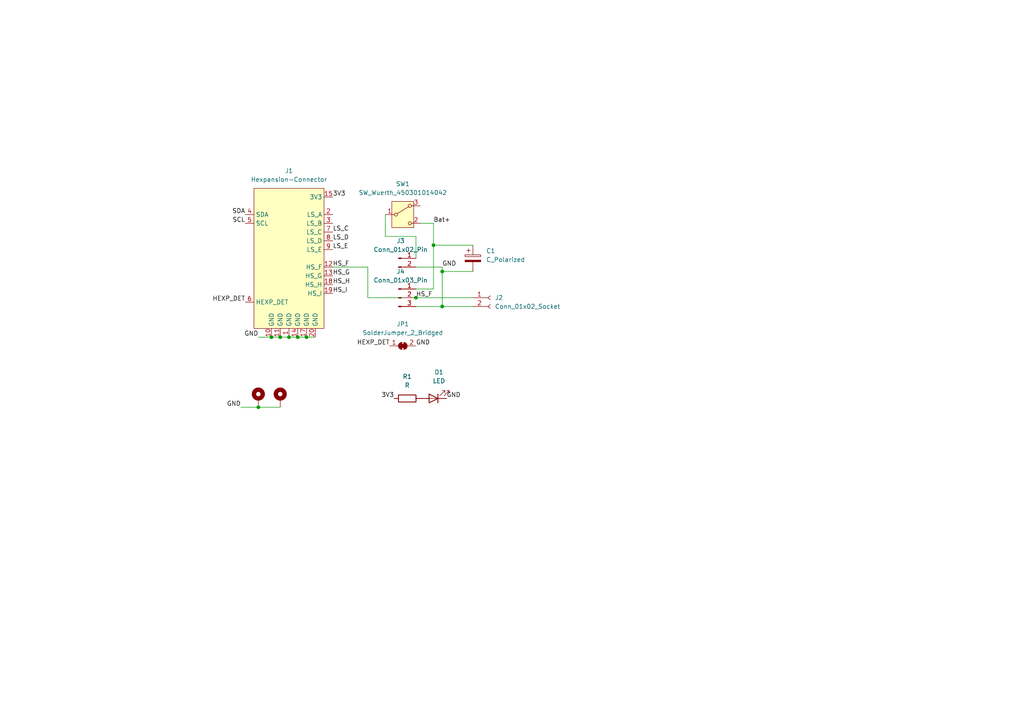
<source format=kicad_sch>
(kicad_sch (version 20231120) (generator "eeschema") (generator_version "8.0")
  (paper "A4")
  (lib_symbols
    (symbol "Connector:Conn_01x02_Pin" (pin_names (offset 1.016) hide)
      (property "Reference" "J" (at 0 2.54 0))
      (property "Value" "Conn_01x02_Pin" (at 0 -5.08 0))
      (symbol "Conn_01x02_Pin_1_1"
        (polyline (pts (xy 1.27 -2.54) (xy 0.8636 -2.54)) (stroke (width 0.1524)))
        (polyline (pts (xy 1.27 0) (xy 0.8636 0)) (stroke (width 0.1524)))
        (rectangle (start 0.8636 -2.413) (end 0 -2.667) (stroke (width 0.1524)) (fill (type outline)))
        (rectangle (start 0.8636 0.127) (end 0 -0.127) (stroke (width 0.1524)) (fill (type outline)))
        (pin passive line (at 5.08 0 180) (length 3.81) (name "Pin_1") (number "1"))
        (pin passive line (at 5.08 -2.54 180) (length 3.81) (name "Pin_2") (number "2"))
      )
    )
    (symbol "Connector:Conn_01x02_Socket" (pin_names (offset 1.016) hide)
      (property "Reference" "J" (at 0 2.54 0))
      (property "Value" "Conn_01x02_Socket" (at 0 -5.08 0))
      (symbol "Conn_01x02_Socket_1_1"
        (arc (start 0 -2.032) (mid -0.5058 -2.54) (end 0 -3.048) (stroke (width 0.1524)))
        (polyline (pts (xy -1.27 -2.54) (xy -0.508 -2.54)) (stroke (width 0.1524)))
        (polyline (pts (xy -1.27 0) (xy -0.508 0)) (stroke (width 0.1524)))
        (arc (start 0 0.508) (mid -0.5058 0) (end 0 -0.508) (stroke (width 0.1524)))
        (pin passive line (at -5.08 0 0) (length 3.81) (name "Pin_1") (number "1"))
        (pin passive line (at -5.08 -2.54 0) (length 3.81) (name "Pin_2") (number "2"))
      )
    )
    (symbol "Connector:Conn_01x03_Pin" (pin_names (offset 1.016) hide)
      (property "Reference" "J" (at 0 5.08 0))
      (property "Value" "Conn_01x03_Pin" (at 0 -5.08 0))
      (symbol "Conn_01x03_Pin_1_1"
        (polyline (pts (xy 1.27 -2.54) (xy 0.8636 -2.54)) (stroke (width 0.1524)))
        (polyline (pts (xy 1.27 0) (xy 0.8636 0)) (stroke (width 0.1524)))
        (polyline (pts (xy 1.27 2.54) (xy 0.8636 2.54)) (stroke (width 0.1524)))
        (rectangle (start 0.8636 -2.413) (end 0 -2.667) (stroke (width 0.1524)) (fill (type outline)))
        (rectangle (start 0.8636 0.127) (end 0 -0.127) (stroke (width 0.1524)) (fill (type outline)))
        (rectangle (start 0.8636 2.667) (end 0 2.413) (stroke (width 0.1524)) (fill (type outline)))
        (pin passive line (at 5.08 2.54 180) (length 3.81) (name "Pin_1") (number "1"))
        (pin passive line (at 5.08 0 180) (length 3.81) (name "Pin_2") (number "2"))
        (pin passive line (at 5.08 -2.54 180) (length 3.81) (name "Pin_3") (number "3"))
      )
    )
    (symbol "Device:C_Polarized" (pin_numbers hide) (pin_names (offset 0.254))
      (property "Reference" "C" (at 0.635 2.54 0))
      (property "Value" "C_Polarized" (at 0.635 -2.54 0))
      (symbol "C_Polarized_0_1"
        (rectangle (start -2.286 0.508) (end 2.286 1.016))
        (polyline (pts (xy -1.778 2.286) (xy -0.762 2.286)))
        (polyline (pts (xy -1.27 2.794) (xy -1.27 1.778)))
        (rectangle (start 2.286 -0.508) (end -2.286 -1.016) (fill (type outline)))
      )
      (symbol "C_Polarized_1_1"
        (pin passive line (at 0 3.81 270) (length 2.794) (name "~") (number "1"))
        (pin passive line (at 0 -3.81 90) (length 2.794) (name "~") (number "2"))
      )
    )
    (symbol "Device:LED" (pin_numbers hide) (pin_names (offset 1.016) hide)
      (property "Reference" "D" (at 0 2.54 0))
      (property "Value" "LED" (at 0 -2.54 0))
      (symbol "LED_0_1"
        (polyline (pts (xy -1.27 -1.27) (xy -1.27 1.27)) (stroke (width 0.254)))
        (polyline (pts (xy -1.27 0) (xy 1.27 0)))
        (polyline (pts (xy 1.27 -1.27) (xy 1.27 1.27) (xy -1.27 0) (xy 1.27 -1.27)) (stroke (width 0.254)))
        (polyline (pts (xy -3.048 -0.762) (xy -4.572 -2.286) (xy -3.81 -2.286) (xy -4.572 -2.286) (xy -4.572 -1.524)))
        (polyline (pts (xy -1.778 -0.762) (xy -3.302 -2.286) (xy -2.54 -2.286) (xy -3.302 -2.286) (xy -3.302 -1.524)))
      )
      (symbol "LED_1_1"
        (pin passive line (at -3.81 0 0) (length 2.54) (name "K") (number "1"))
        (pin passive line (at 3.81 0 180) (length 2.54) (name "A") (number "2"))
      )
    )
    (symbol "Device:R" (pin_numbers hide) (pin_names (offset 0))
      (property "Reference" "R" (at 2.032 0 90))
      (property "Value" "R" (at 0 0 90))
      (symbol "R_0_1"
        (rectangle (start -1.016 -2.54) (end 1.016 2.54) (stroke (width 0.254)))
      )
      (symbol "R_1_1"
        (pin passive line (at 0 3.81 270) (length 1.27) (name "~") (number "1"))
        (pin passive line (at 0 -3.81 90) (length 1.27) (name "~") (number "2"))
      )
    )
    (symbol "Jumper:SolderJumper_2_Bridged" (pin_names (offset 0) hide)
      (property "Reference" "JP" (at 0 2.032 0))
      (property "Value" "SolderJumper_2_Bridged" (at 0 -2.54 0))
      (symbol "SolderJumper_2_Bridged_0_1"
        (rectangle (start -0.508 0.508) (end 0.508 -0.508) (fill (type outline)))
        (arc (start -0.254 1.016) (mid -1.2656 0) (end -0.254 -1.016))
        (arc (start -0.254 1.016) (mid -1.2656 0) (end -0.254 -1.016) (fill (type outline)))
        (polyline (pts (xy -0.254 1.016) (xy -0.254 -1.016)))
        (polyline (pts (xy 0.254 1.016) (xy 0.254 -1.016)))
        (arc (start 0.254 -1.016) (mid 1.2656 0) (end 0.254 1.016))
        (arc (start 0.254 -1.016) (mid 1.2656 0) (end 0.254 1.016) (fill (type outline)))
      )
      (symbol "SolderJumper_2_Bridged_1_1"
        (pin passive line (at -3.81 0 0) (length 2.54) (name "A") (number "1"))
        (pin passive line (at 3.81 0 180) (length 2.54) (name "B") (number "2"))
      )
    )
    (symbol "Mechanical:MountingHole_Pad" (pin_numbers hide) (pin_names (offset 1.016) hide)
      (property "Reference" "H" (at 0 6.35 0))
      (property "Value" "MountingHole_Pad" (at 0 4.445 0))
      (symbol "MountingHole_Pad_0_1"
        (circle (center 0 1.27) (radius 1.27) (stroke (width 1.27)))
      )
      (symbol "MountingHole_Pad_1_1"
        (pin input line (at 0 -2.54 90) (length 2.54) (name "1") (number "1"))
      )
    )
    (symbol "Switch:SW_Wuerth_450301014042" (pin_names (offset 1) hide)
      (property "Reference" "SW" (at 0 5.08 0))
      (property "Value" "SW_Wuerth_450301014042" (at 0 -5.08 0))
      (symbol "SW_Wuerth_450301014042_0_1"
        (circle (center -2.032 0) (radius 0.4572))
        (polyline (pts (xy -1.651 0.254) (xy 1.651 2.286)))
        (circle (center 2.032 -2.54) (radius 0.4572))
        (circle (center 2.032 2.54) (radius 0.4572))
      )
      (symbol "SW_Wuerth_450301014042_1_1"
        (rectangle (start -3.175 3.81) (end 3.175 -3.81) (fill (type background)))
        (pin passive line (at -5.08 0 0) (length 2.54) (name "B") (number "1"))
        (pin passive line (at 5.08 -2.54 180) (length 2.54) (name "C") (number "2"))
        (pin passive line (at 5.08 2.54 180) (length 2.54) (name "A") (number "3"))
      )
    )
    (symbol "tildagon:hexpansion-edge-connector" (in_bom no)
      (property "Reference" "J" (at -6.35 17.78 0))
      (property "Value" "Hexpansion-Connector" (at 0 21.59 0))
      (symbol "hexpansion-edge-connector_1_1"
        (rectangle (start -10.16 20.32) (end 10.16 -20.32) (fill (type background)))
        (pin power_out line (at 0 -22.86 90) (length 2.54) (name "GND") (number "1"))
        (pin passive line (at -5.08 -22.86 90) (length 2.54) (name "GND") (number "10"))
        (pin passive line (at -2.54 -22.86 90) (length 2.54) (name "GND") (number "11"))
        (pin bidirectional line (at 12.7 -2.54 180) (length 2.54) (name "HS_F") (number "12"))
        (pin bidirectional line (at 12.7 -5.08 180) (length 2.54) (name "HS_G") (number "13"))
        (pin passive line (at 2.54 -22.86 90) (length 2.54) (name "GND") (number "14"))
        (pin power_out line (at 12.7 17.78 180) (length 2.54) (name "3V3") (number "15"))
        (pin passive line (at 12.7 17.78 180) (length 2.54) hide (name "3V3") (number "16"))
        (pin passive line (at 5.08 -22.86 90) (length 2.54) (name "GND") (number "17"))
        (pin bidirectional line (at 12.7 -7.62 180) (length 2.54) (name "HS_H") (number "18"))
        (pin bidirectional line (at 12.7 -10.16 180) (length 2.54) (name "HS_I") (number "19"))
        (pin bidirectional line (at 12.7 12.7 180) (length 2.54) (name "LS_A") (number "2"))
        (pin passive line (at 7.62 -22.86 90) (length 2.54) (name "GND") (number "20"))
        (pin bidirectional line (at 12.7 10.16 180) (length 2.54) (name "LS_B") (number "3"))
        (pin bidirectional line (at -12.7 12.7 0) (length 2.54) (name "SDA") (number "4"))
        (pin output line (at -12.7 10.16 0) (length 2.54) (name "SCL") (number "5"))
        (pin bidirectional line (at -12.7 -12.7 0) (length 2.54) (name "HEXP_DET") (number "6"))
        (pin bidirectional line (at 12.7 7.62 180) (length 2.54) (name "LS_C") (number "7"))
        (pin bidirectional line (at 12.7 5.08 180) (length 2.54) (name "LS_D") (number "8"))
        (pin bidirectional line (at 12.7 2.54 180) (length 2.54) (name "LS_E") (number "9"))
      )
    )
  )
  (junction (at 125.73 71.12))
  (junction (at 128.27 88.9))
  (junction (at 88.9 97.79))
  (junction (at 81.28 97.79))
  (junction (at 86.36 97.79))
  (junction (at 83.82 97.79))
  (junction (at 78.74 97.79))
  (junction (at 128.27 78.74))
  (junction (at 120.65 86.36))
  (junction (at 74.93 118.11))
  (wire (pts (xy 74.93 118.11) (xy 81.28 118.11)))
  (wire (pts (xy 81.28 97.79) (xy 83.82 97.79)))
  (wire (pts (xy 74.93 97.79) (xy 78.74 97.79)))
  (wire (pts (xy 83.82 97.79) (xy 86.36 97.79)))
  (wire (pts (xy 120.65 74.93) (xy 120.65 68.58)))
  (wire (pts (xy 111.76 62.23) (xy 111.76 68.58)))
  (wire (pts (xy 86.36 97.79) (xy 88.9 97.79)))
  (wire (pts (xy 128.27 88.9) (xy 137.16 88.9)))
  (wire (pts (xy 128.27 77.47) (xy 128.27 78.74)))
  (wire (pts (xy 120.65 86.36) (xy 137.16 86.36)))
  (wire (pts (xy 128.27 78.74) (xy 137.16 78.74)))
  (wire (pts (xy 125.73 83.82) (xy 125.73 71.12)))
  (wire (pts (xy 106.68 86.36) (xy 106.68 77.47)))
  (wire (pts (xy 125.73 71.12) (xy 137.16 71.12)))
  (wire (pts (xy 128.27 78.74) (xy 128.27 88.9)))
  (wire (pts (xy 120.65 77.47) (xy 128.27 77.47)))
  (wire (pts (xy 120.65 83.82) (xy 125.73 83.82)))
  (wire (pts (xy 69.85 118.11) (xy 74.93 118.11)))
  (wire (pts (xy 125.73 71.12) (xy 125.73 64.77)))
  (wire (pts (xy 106.68 77.47) (xy 96.52 77.47)))
  (wire (pts (xy 121.92 64.77) (xy 125.73 64.77)))
  (wire (pts (xy 120.65 86.36) (xy 106.68 86.36)))
  (wire (pts (xy 120.65 68.58) (xy 111.76 68.58)))
  (wire (pts (xy 120.65 88.9) (xy 128.27 88.9)))
  (wire (pts (xy 88.9 97.79) (xy 91.44 97.79)))
  (wire (pts (xy 78.74 97.79) (xy 81.28 97.79)))
  (label "HEXP_DET" (at 113.03 100.33 180))
  (label "Bat+" (at 125.73 64.77 0))
  (label "GND" (at 69.85 118.11 180))
  (label "3V3" (at 96.52 57.15 0))
  (label "LS_E" (at 96.52 72.39 0))
  (label "GND" (at 120.65 100.33 0))
  (label "SCL" (at 71.12 64.77 180))
  (label "GND" (at 128.27 77.47 0))
  (label "SDA" (at 71.12 62.23 180))
  (label "HS_I" (at 96.52 85.09 0))
  (label "GND" (at 129.54 115.57 0))
  (label "GND" (at 74.93 97.79 180))
  (label "HS_F" (at 96.52 77.47 0))
  (label "LS_C" (at 96.52 67.31 0))
  (label "HS_G" (at 96.52 80.01 0))
  (label "HS_H" (at 96.52 82.55 0))
  (label "3V3" (at 114.3 115.57 180))
  (label "HS_F" (at 120.65 86.36 0))
  (label "LS_D" (at 96.52 69.85 0))
  (label "HEXP_DET" (at 71.12 87.63 180))
  (symbol (lib_id "Device:R") (at 118.11 115.57 90) (unit 1)
    (property "Reference" "R1" (at 118.11 109.22 90))
    (property "Value" "R" (at 118.11 111.76 90))
    (property "Footprint" "Resistor_SMD:R_0603_1608Metric" (effects (hide yes)))
  )
  (symbol (lib_id "Mechanical:MountingHole_Pad") (at 74.93 115.57 0) (unit 1)
    (property "Reference" "H1" (effects (hide yes)))
    (property "Value" "MountingHole_Pad" (effects (hide yes)))
    (property "Footprint" "MountingHole:MountingHole_2.2mm_M2_Pad_Via" (effects (hide yes)))
  )
  (symbol (lib_id "Device:LED") (at 125.73 115.57 180) (unit 1)
    (property "Reference" "D1" (at 127.3175 107.95 0))
    (property "Value" "LED" (at 127.3175 110.49 0))
    (property "Footprint" "LED_SMD:LED_0805_2012Metric" (effects (hide yes)))
  )
  (symbol (lib_id "Connector:Conn_01x02_Pin") (at 115.57 74.93 0) (unit 1)
    (property "Reference" "J3" (at 116.205 69.85 0))
    (property "Value" "Conn_01x02_Pin" (at 116.205 72.39 0))
    (property "Footprint" "Connector_JST:JST_XH_B2B-XH-A_1x02_P2.50mm_Vertical" (effects (hide yes)))
    (property "Description" "Generic connector, single row, 01x02, script generated" (effects (hide yes)))
  )
  (symbol (lib_id "Mechanical:MountingHole_Pad") (at 81.28 115.57 0) (unit 1)
    (property "Reference" "H2" (effects (hide yes)))
    (property "Value" "MountingHole_Pad" (effects (hide yes)))
    (property "Footprint" "MountingHole:MountingHole_2.2mm_M2_Pad_Via" (effects (hide yes)))
  )
  (symbol (lib_id "tildagon:hexpansion-edge-connector") (at 83.82 74.93 0) (unit 1) (exclude_from_sim yes) (in_bom no)
    (property "Reference" "J1" (at 83.82 49.53 0))
    (property "Value" "Hexpansion-Connector" (at 83.82 52.07 0))
    (property "Footprint" "tildagon:hexpansion-edge-connector" (effects (hide yes)))
  )
  (symbol (lib_id "Device:C_Polarized") (at 137.16 74.93 0) (unit 1)
    (property "Reference" "C1" (at 140.97 72.7709 0) (effects (justify left)))
    (property "Value" "C_Polarized" (at 140.97 75.3109 0) (effects (justify left)))
    (property "Footprint" "Capacitor_THT:CP_Radial_D8.0mm_P3.50mm" (effects (hide yes)))
    (property "Description" "Polarized capacitor" (effects (hide yes)))
  )
  (symbol (lib_id "Switch:SW_Wuerth_450301014042") (at 116.84 62.23 0) (unit 1)
    (property "Reference" "SW1" (at 116.84 53.34 0))
    (property "Value" "SW_Wuerth_450301014042" (at 116.84 55.88 0))
    (property "Footprint" "Button_Switch_THT:SW_Slide-03_Wuerth-WS-SLTV_10x2.5x6.4_P2.54mm" (effects (hide yes)))
    (property "Datasheet" "https://www.we-online.com/components/products/datasheet/450301014042.pdf" (effects (hide yes)))
    (property "Description" "Switch slide, single pole double throw" (effects (hide yes)))
  )
  (symbol (lib_id "Connector:Conn_01x02_Socket") (at 142.24 86.36 0) (unit 1)
    (property "Reference" "J2" (at 143.51 86.3599 0) (effects (justify left)))
    (property "Value" "Conn_01x02_Socket" (at 143.51 88.8999 0) (effects (justify left)))
    (property "Footprint" "Connector_PinSocket_2.54mm:PinSocket_1x02_P2.54mm_Horizontal" (effects (hide yes)))
    (property "Description" "Generic connector, single row, 01x02, script generated" (effects (hide yes)))
  )
  (symbol (lib_id "Jumper:SolderJumper_2_Bridged") (at 116.84 100.33 0) (unit 1)
    (property "Reference" "JP1" (at 116.84 93.98 0))
    (property "Value" "SolderJumper_2_Bridged" (at 116.84 96.52 0))
    (property "Footprint" "Jumper:SolderJumper-2_P1.3mm_Bridged_RoundedPad1.0x1.5mm" (effects (hide yes)))
  )
  (symbol (lib_id "Connector:Conn_01x03_Pin") (at 115.57 86.36 0) (unit 1)
    (property "Reference" "J4" (at 116.205 78.74 0))
    (property "Value" "Conn_01x03_Pin" (at 116.205 81.28 0))
    (property "Footprint" "Connector_JST:JST_XH_B3B-XH-A_1x03_P2.50mm_Vertical" (effects (hide yes)))
    (property "Description" "Generic connector, single row, 01x03, script generated" (effects (hide yes)))
  )
)
</source>
